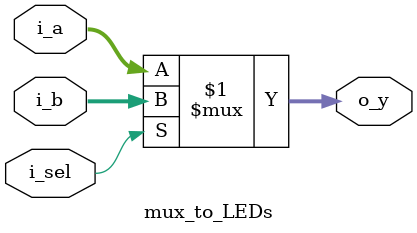
<source format=v>
module mux_to_LEDs

    //Parameters
    #( parameter N = 4)
    // Ports section
    (
        input [N-1:0] i_a ,
        input [N-1:0] i_b ,
        input  i_sel ,
        output [N-1:0] o_y
    );
    // y = b if i_sel is 1 otherwise it is i_a
    // continuous assignment
    assign o_y = i_sel ? i_b : i_a;


endmodule
</source>
